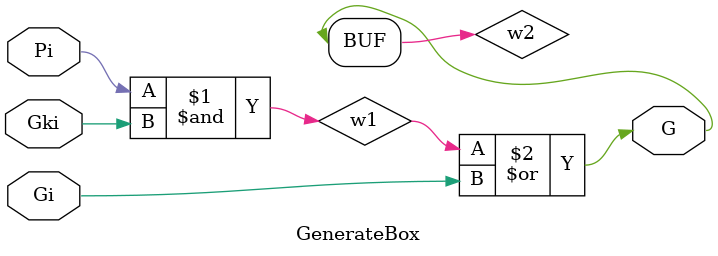
<source format=v>
module GenerateBox(Pi, Gi, Gki, G);
  input Pi, Gi, Gki;
  output G;
  
  reg G;
  
  wire w1, w2;
  
  and(w1, Pi, Gki);
  or(w2, w1, Gi);

  assign w2 = G;
  
endmodule
</source>
